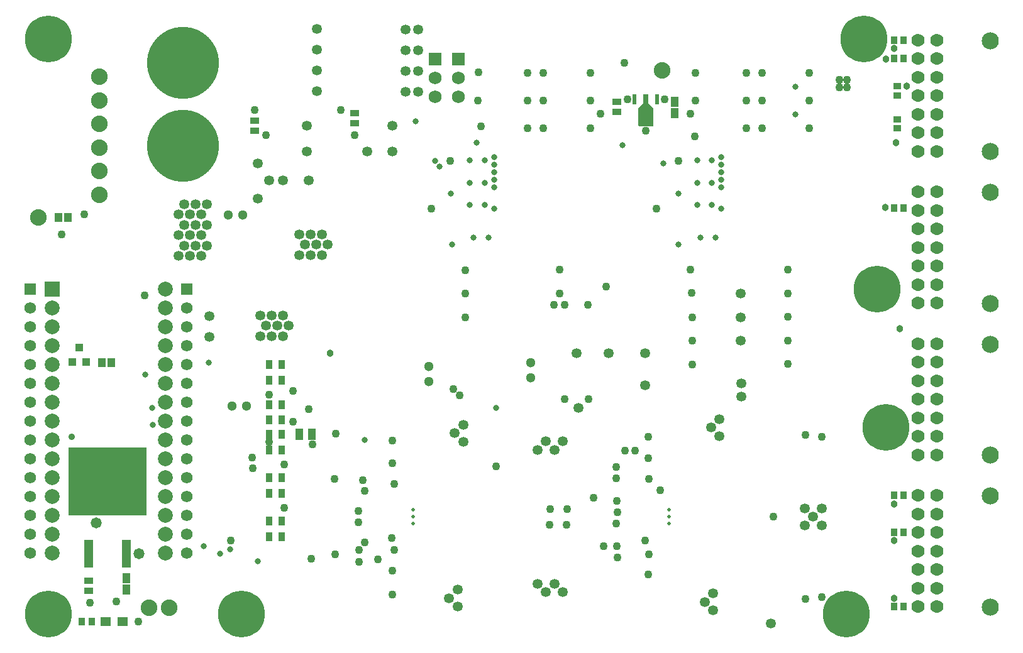
<source format=gbr>
%TF.GenerationSoftware,Altium Limited,Altium Designer,24.1.2 (44)*%
G04 Layer_Color=16711935*
%FSLAX45Y45*%
%MOMM*%
%TF.SameCoordinates,12E9634C-A8E6-484A-B1C3-FEDB1742B245*%
%TF.FilePolarity,Negative*%
%TF.FileFunction,Soldermask,Bot*%
%TF.Part,Single*%
G01*
G75*
%TA.AperFunction,ComponentPad*%
%ADD78C,1.30000*%
%TA.AperFunction,ViaPad*%
%ADD86C,0.50000*%
%TA.AperFunction,SMDPad,CuDef*%
%ADD108R,1.01213X1.33108*%
%ADD109R,0.80650X1.30822*%
%ADD110R,0.57000X1.40000*%
%ADD111C,1.80000*%
%ADD133R,1.16840X0.86360*%
%ADD138R,1.45320X1.30320*%
%ADD141R,1.05320X0.95320*%
%ADD143R,1.00320X1.15320*%
%ADD146R,0.95320X1.05320*%
%ADD148R,0.90320X1.10320*%
%TA.AperFunction,ComponentPad*%
%ADD149R,1.75320X1.75320*%
%ADD150C,1.75320*%
%ADD151C,9.70320*%
%ADD152C,1.76320*%
%ADD153C,2.30320*%
%ADD154R,1.57320X1.57320*%
%ADD155C,1.57320*%
%ADD156C,2.00320*%
%ADD157R,2.00320X2.00320*%
%ADD158C,6.30320*%
%ADD159C,2.23520*%
%TA.AperFunction,TestPad*%
%ADD160C,2.23520*%
%TA.AperFunction,ViaPad*%
%ADD161C,1.09220*%
%ADD162C,0.83820*%
%ADD163C,1.47320*%
%ADD164C,1.34620*%
%ADD165C,0.96520*%
%ADD166C,0.91440*%
%TA.AperFunction,SMDPad,CuDef*%
%ADD167R,1.00320X1.10320*%
%ADD168R,1.05320X1.55320*%
%ADD169R,1.15320X3.70320*%
%ADD170R,10.55320X9.20320*%
G36*
X14939101Y12661600D02*
X15006599Y12594100D01*
X15006599Y12369100D01*
Y12365122D01*
X15003555Y12357771D01*
X14997929Y12352145D01*
X14990578Y12349100D01*
X14822623D01*
X14815271Y12352145D01*
X14809645Y12357771D01*
X14806599Y12365122D01*
Y12369100D01*
Y12594100D01*
X14874100Y12661600D01*
Y12784100D01*
X14939101D01*
Y12661600D01*
D02*
G37*
D78*
X13358000Y8963900D02*
D03*
Y9163900D02*
D03*
X11988000Y8913900D02*
D03*
Y9113900D02*
D03*
X9479900Y11151400D02*
D03*
X9279900D02*
D03*
X9529900Y8581400D02*
D03*
X9329900D02*
D03*
D86*
X11771711Y7184000D02*
D03*
Y7089000D02*
D03*
Y6994000D02*
D03*
X15214444Y7184000D02*
D03*
Y7089000D02*
D03*
Y6994000D02*
D03*
D108*
X7912100Y6258952D02*
D03*
Y6110848D02*
D03*
X15297600Y12530648D02*
D03*
Y12678752D02*
D03*
D109*
X9835514Y8396926D02*
D03*
X10005686D02*
D03*
X9833614Y8600126D02*
D03*
X10003786D02*
D03*
X9832994Y9144000D02*
D03*
X10003165D02*
D03*
X9832994Y6819900D02*
D03*
X10003165D02*
D03*
X9832994Y7035800D02*
D03*
X10003165D02*
D03*
X9832994Y8928100D02*
D03*
X10003165D02*
D03*
X9832994Y7988300D02*
D03*
X10003165D02*
D03*
X9832994Y8204200D02*
D03*
X10003165D02*
D03*
X9832994Y7620000D02*
D03*
X10003165D02*
D03*
X9832994Y7404100D02*
D03*
X10003165D02*
D03*
D110*
X14756599Y12714100D02*
D03*
X15056599D02*
D03*
D111*
X14906599Y12484100D02*
D03*
D133*
X10985500Y12528550D02*
D03*
Y12388850D02*
D03*
X9639300Y12426950D02*
D03*
Y12287250D02*
D03*
X7404100Y6089650D02*
D03*
Y6229350D02*
D03*
X14516100Y12541250D02*
D03*
Y12680950D02*
D03*
D138*
X7629500Y5676900D02*
D03*
X7864500D02*
D03*
D141*
X18288000Y12320000D02*
D03*
Y12445000D02*
D03*
Y12889500D02*
D03*
Y12764500D02*
D03*
D143*
X7580400Y9169400D02*
D03*
X7710400D02*
D03*
X7123700Y11125200D02*
D03*
X6998700D02*
D03*
D146*
X18250900Y5877749D02*
D03*
X18375900D02*
D03*
Y13512801D02*
D03*
X18250900D02*
D03*
X18375900Y13261848D02*
D03*
X18250900D02*
D03*
X18375900Y6883400D02*
D03*
X18250900D02*
D03*
Y7378700D02*
D03*
X18375900D02*
D03*
X18250900Y11252200D02*
D03*
X18375900D02*
D03*
D148*
X7448700Y5676900D02*
D03*
X7308700D02*
D03*
D149*
X12065000Y13258800D02*
D03*
X12382500D02*
D03*
D150*
X12065000Y13004800D02*
D03*
Y12750800D02*
D03*
X12382500Y13004800D02*
D03*
Y12750800D02*
D03*
D151*
X8674100Y13208000D02*
D03*
Y12090400D02*
D03*
D152*
X18572803Y11467148D02*
D03*
Y11217148D02*
D03*
Y10967148D02*
D03*
Y10717148D02*
D03*
Y10467148D02*
D03*
Y10217148D02*
D03*
Y9967148D02*
D03*
X18822803Y11467148D02*
D03*
Y11217148D02*
D03*
Y10967148D02*
D03*
Y10717148D02*
D03*
Y10467148D02*
D03*
Y10217148D02*
D03*
Y9967148D02*
D03*
X18572803Y13511848D02*
D03*
Y13261848D02*
D03*
Y13011848D02*
D03*
Y12761848D02*
D03*
Y12511848D02*
D03*
Y12261848D02*
D03*
Y12011848D02*
D03*
X18822803Y13511848D02*
D03*
Y13261848D02*
D03*
Y13011848D02*
D03*
Y12761848D02*
D03*
Y12511848D02*
D03*
Y12261848D02*
D03*
Y12011848D02*
D03*
X18572800Y9422449D02*
D03*
Y9172449D02*
D03*
Y8922449D02*
D03*
Y8672449D02*
D03*
Y8422449D02*
D03*
Y8172449D02*
D03*
Y7922449D02*
D03*
X18822800Y9422449D02*
D03*
Y9172449D02*
D03*
Y8922449D02*
D03*
Y8672449D02*
D03*
Y8422449D02*
D03*
Y8172449D02*
D03*
Y7922449D02*
D03*
X18572800Y7377749D02*
D03*
Y7127749D02*
D03*
Y6877749D02*
D03*
Y6627749D02*
D03*
Y6377749D02*
D03*
Y6127749D02*
D03*
Y5877749D02*
D03*
X18822800Y7377749D02*
D03*
Y7127749D02*
D03*
Y6877749D02*
D03*
Y6627749D02*
D03*
Y6377749D02*
D03*
Y6127749D02*
D03*
Y5877749D02*
D03*
D153*
X19545302Y9962148D02*
D03*
Y11459648D02*
D03*
Y12006848D02*
D03*
Y13504349D02*
D03*
X19545300Y7917449D02*
D03*
Y9414949D02*
D03*
Y5872749D02*
D03*
Y7370249D02*
D03*
D154*
X6616700Y10160000D02*
D03*
X8724900D02*
D03*
D155*
X6616700Y9906000D02*
D03*
Y9652000D02*
D03*
Y9398000D02*
D03*
Y9144000D02*
D03*
Y8890000D02*
D03*
Y8636000D02*
D03*
Y8382000D02*
D03*
Y8128000D02*
D03*
Y7874000D02*
D03*
Y7620000D02*
D03*
Y7366000D02*
D03*
Y7112000D02*
D03*
Y6858000D02*
D03*
Y6604000D02*
D03*
X8724900Y9906000D02*
D03*
Y9652000D02*
D03*
Y9398000D02*
D03*
Y9144000D02*
D03*
Y8890000D02*
D03*
Y8636000D02*
D03*
Y8382000D02*
D03*
Y8128000D02*
D03*
Y7874000D02*
D03*
Y7620000D02*
D03*
Y7366000D02*
D03*
Y7112000D02*
D03*
Y6858000D02*
D03*
Y6604000D02*
D03*
D156*
X8432800Y10160000D02*
D03*
Y9906000D02*
D03*
Y9652000D02*
D03*
Y9398000D02*
D03*
Y9144000D02*
D03*
Y8890000D02*
D03*
Y8636000D02*
D03*
Y8382000D02*
D03*
Y8128000D02*
D03*
Y7874000D02*
D03*
Y7620000D02*
D03*
Y7366000D02*
D03*
Y7112000D02*
D03*
Y6858000D02*
D03*
Y6604000D02*
D03*
X6908800D02*
D03*
Y6858000D02*
D03*
Y7112000D02*
D03*
Y7366000D02*
D03*
Y7620000D02*
D03*
Y7874000D02*
D03*
Y8128000D02*
D03*
Y8382000D02*
D03*
Y8636000D02*
D03*
Y8890000D02*
D03*
Y9144000D02*
D03*
Y9398000D02*
D03*
Y9652000D02*
D03*
Y9906000D02*
D03*
D157*
Y10160000D02*
D03*
D158*
X6858000Y13525500D02*
D03*
Y5778500D02*
D03*
X17843500Y13525500D02*
D03*
X17602200Y5778500D02*
D03*
X18021300Y10160000D02*
D03*
X18135600Y8293100D02*
D03*
X9461500Y5778500D02*
D03*
D159*
X6725369Y11120947D02*
D03*
X15125700Y13106400D02*
D03*
X8216900Y5867400D02*
D03*
X8483600D02*
D03*
D160*
X7543800Y12382500D02*
D03*
Y12065000D02*
D03*
Y12700000D02*
D03*
Y11430000D02*
D03*
Y13017500D02*
D03*
Y11747500D02*
D03*
D161*
X11493500Y8115300D02*
D03*
X10420350Y8064500D02*
D03*
X10033000Y7213600D02*
D03*
X10401300Y6527800D02*
D03*
X12890500Y7772400D02*
D03*
X7848600Y7558000D02*
D03*
X11047811Y6478228D02*
D03*
X12268200Y11887200D02*
D03*
X17055943Y5984100D02*
D03*
X14935201Y8166100D02*
D03*
X11520011Y7533500D02*
D03*
X10730230Y8205470D02*
D03*
X17055943Y8193900D02*
D03*
X11493500Y6045200D02*
D03*
Y6362700D02*
D03*
X11520011Y6644500D02*
D03*
X11492120Y7809120D02*
D03*
X10717611Y7597000D02*
D03*
X17276169Y6009100D02*
D03*
X17276169Y8168900D02*
D03*
X14935201Y6311900D02*
D03*
X14950044Y6581000D02*
D03*
Y7597000D02*
D03*
X14935043Y7874725D02*
D03*
X10722461Y6581000D02*
D03*
X13614482Y7195489D02*
D03*
X13843082Y7195489D02*
D03*
X13840541Y6982511D02*
D03*
X13611942Y6982511D02*
D03*
X11301811Y6517500D02*
D03*
X11117711Y7438250D02*
D03*
X11098611Y7584300D02*
D03*
X11483333Y6800622D02*
D03*
X11044561Y6638550D02*
D03*
X11035111Y7165200D02*
D03*
X11039961Y7012800D02*
D03*
X11117711Y6739750D02*
D03*
X12314378Y8805722D02*
D03*
X12395200Y8724900D02*
D03*
X10152000Y8369300D02*
D03*
X10363200Y8540750D02*
D03*
X13665199Y9943621D02*
D03*
X15100143Y7444600D02*
D03*
X14763594Y7982726D02*
D03*
X14623894D02*
D03*
X10033000Y7797800D02*
D03*
X9318656Y6770378D02*
D03*
X14896944Y6771500D02*
D03*
X16624144Y7089000D02*
D03*
X14503244Y7762100D02*
D03*
X14204794Y7349300D02*
D03*
X14338144Y6695300D02*
D03*
X14520743Y6542900D02*
D03*
X14518243Y6694975D02*
D03*
X14503244Y7000100D02*
D03*
X14520743Y7152500D02*
D03*
X14515894Y7304900D02*
D03*
X14503244Y7609700D02*
D03*
X9613900Y7747000D02*
D03*
X9609159Y7884352D02*
D03*
X8156301Y10073407D02*
D03*
X10152000Y8786791D02*
D03*
X13813290Y8674049D02*
D03*
X14130791D02*
D03*
X9836150Y8096250D02*
D03*
X13525500Y13068300D02*
D03*
X12649200Y13081000D02*
D03*
X13309599Y13068300D02*
D03*
X13525500Y12698865D02*
D03*
X13309599D02*
D03*
X12640850Y12696325D02*
D03*
X14160500Y12700000D02*
D03*
Y13068300D02*
D03*
X13525500Y12325350D02*
D03*
X13309599D02*
D03*
X14160500D02*
D03*
X9791700Y12228336D02*
D03*
X10983736D02*
D03*
X10795000Y12573000D02*
D03*
X9639300D02*
D03*
X15521672Y10105948D02*
D03*
X14908200Y12291813D02*
D03*
X14617700Y13201649D02*
D03*
X17110193Y13070532D02*
D03*
X17107375Y12698236D02*
D03*
X15563982Y12209263D02*
D03*
X16472375Y12325350D02*
D03*
X14295529Y12515850D02*
D03*
X15502705D02*
D03*
X17107375Y12325350D02*
D03*
X12688534Y12347121D02*
D03*
X16256474Y12325350D02*
D03*
X15571851Y12695696D02*
D03*
X15509798Y10414500D02*
D03*
X8075547Y5677540D02*
D03*
X7416800Y5930900D02*
D03*
X7778252Y5945106D02*
D03*
X15571851Y13065173D02*
D03*
X16817336Y9145770D02*
D03*
Y9463270D02*
D03*
Y9780770D02*
D03*
Y10098270D02*
D03*
Y10415770D02*
D03*
X15531889Y9143230D02*
D03*
Y9460730D02*
D03*
Y9778230D02*
D03*
X14375790Y10190857D02*
D03*
X13810750Y9943621D02*
D03*
X14128250D02*
D03*
X13743462Y10098270D02*
D03*
Y10415770D02*
D03*
X12473889Y9778230D02*
D03*
Y10095730D02*
D03*
Y10413230D02*
D03*
X17614900Y12979401D02*
D03*
X14661018Y12714100D02*
D03*
X9829800Y8737600D02*
D03*
X12017000Y11240538D02*
D03*
X15051674D02*
D03*
X15341600Y11887200D02*
D03*
X15159425Y12714100D02*
D03*
X7663700Y7754100D02*
D03*
X7652500Y7373100D02*
D03*
X7467600Y7569200D02*
D03*
X7658100Y7563600D02*
D03*
X16256474Y13067628D02*
D03*
X16472375D02*
D03*
Y12698193D02*
D03*
X16256474D02*
D03*
X7035800Y10896600D02*
D03*
X7340600Y11163300D02*
D03*
X17513300Y12979401D02*
D03*
X17614900Y12877800D02*
D03*
X17513300D02*
D03*
D162*
X8255000Y8559800D02*
D03*
X8267700Y8331200D02*
D03*
X11118034Y8126574D02*
D03*
X8166100Y9004300D02*
D03*
X15138400Y11849100D02*
D03*
X12128500Y11811000D02*
D03*
X12065000Y11887200D02*
D03*
X9017000Y9169400D02*
D03*
X9170479Y6592207D02*
D03*
X12890500Y8559800D02*
D03*
X15796100Y11590020D02*
D03*
X15596100Y11890020D02*
D03*
Y11590020D02*
D03*
Y11290020D02*
D03*
X15796100Y11890020D02*
D03*
Y11290020D02*
D03*
X12738100D02*
D03*
Y11890020D02*
D03*
X12538100Y11290020D02*
D03*
Y11590020D02*
D03*
Y11890020D02*
D03*
X12738100Y11590020D02*
D03*
X9309100Y6654800D02*
D03*
X16922365Y12512227D02*
D03*
X11810398Y12420600D02*
D03*
X8953500Y6692900D02*
D03*
X9677400Y6489700D02*
D03*
X12293600Y10756900D02*
D03*
X15343201Y10754676D02*
D03*
X16922365Y12881705D02*
D03*
X15845799Y10846300D02*
D03*
X15642599D02*
D03*
X15923100Y11239500D02*
D03*
Y11531600D02*
D03*
Y11633200D02*
D03*
Y11734800D02*
D03*
Y11836400D02*
D03*
Y11938000D02*
D03*
X15342368Y11439393D02*
D03*
X12865100Y11239500D02*
D03*
Y11531600D02*
D03*
Y11633200D02*
D03*
Y11734800D02*
D03*
Y11836400D02*
D03*
Y11938000D02*
D03*
X12623800Y12128500D02*
D03*
X14594299Y12092400D02*
D03*
X12584600Y10846300D02*
D03*
X12787800D02*
D03*
X12284367Y11439393D02*
D03*
D163*
X8077200Y6591300D02*
D03*
X7505700Y7010400D02*
D03*
D164*
X16586200Y5651500D02*
D03*
X15813000Y5829300D02*
D03*
Y6057900D02*
D03*
X15698700Y5943600D02*
D03*
X12371300Y5880100D02*
D03*
X12257000Y5994400D02*
D03*
X12371300Y6108700D02*
D03*
X15897701Y8405437D02*
D03*
X15783400Y8291137D02*
D03*
X15897701Y8176837D02*
D03*
X12446000Y8102600D02*
D03*
X12331700Y8216900D02*
D03*
X12446000Y8331200D02*
D03*
X13562411Y8105000D02*
D03*
X13791011D02*
D03*
X13562411Y6073000D02*
D03*
X13448111Y6187300D02*
D03*
X13676711D02*
D03*
X13448111Y7990700D02*
D03*
X13676711D02*
D03*
X13791011Y6073000D02*
D03*
X17271844Y7203300D02*
D03*
Y6974700D02*
D03*
X17157544Y7089000D02*
D03*
X17043243Y7203300D02*
D03*
Y6974700D02*
D03*
X9944100Y9664700D02*
D03*
X10020300Y9525000D02*
D03*
X10096500Y9664700D02*
D03*
X9867900Y9525000D02*
D03*
X9791700Y9664700D02*
D03*
X9715500Y9525000D02*
D03*
X9029700Y9512300D02*
D03*
X13995399Y8559800D02*
D03*
X10337800Y12014200D02*
D03*
X11150600D02*
D03*
X11493500D02*
D03*
Y12357100D02*
D03*
X10477500Y13665199D02*
D03*
Y13106400D02*
D03*
Y13385800D02*
D03*
Y12827000D02*
D03*
X10337800Y12357100D02*
D03*
X10020300Y11620500D02*
D03*
X10363200D02*
D03*
X9677400Y11379200D02*
D03*
Y11849100D02*
D03*
X9829800Y11620500D02*
D03*
X9029700Y9791700D02*
D03*
X10464800Y10756900D02*
D03*
X10617200D02*
D03*
X10312400D02*
D03*
X10541000Y10617200D02*
D03*
X10236200D02*
D03*
X10388600D02*
D03*
X10236200Y10896600D02*
D03*
X10541000D02*
D03*
X10388600D02*
D03*
X9715500Y9804400D02*
D03*
X10020300D02*
D03*
X9867900D02*
D03*
X14401801Y9296400D02*
D03*
X11671300Y12814301D02*
D03*
X8686800Y11303000D02*
D03*
X8839200D02*
D03*
X8991600D02*
D03*
X8610600Y11163300D02*
D03*
X8763000D02*
D03*
X8915400D02*
D03*
X8763000Y10883900D02*
D03*
X8839200Y11023600D02*
D03*
X8915400Y10883900D02*
D03*
X8610600D02*
D03*
X8686800Y11023600D02*
D03*
X8991600D02*
D03*
X8763000Y10604500D02*
D03*
X8610600D02*
D03*
X8915400D02*
D03*
X8686800Y10744200D02*
D03*
X8991600D02*
D03*
X8839200D02*
D03*
X14899863Y9296400D02*
D03*
Y8864600D02*
D03*
X16192500Y8890000D02*
D03*
Y8712200D02*
D03*
X16179800Y9779000D02*
D03*
Y9461500D02*
D03*
Y10096500D02*
D03*
X13970000Y9296400D02*
D03*
X11671300Y13373100D02*
D03*
Y13093700D02*
D03*
Y13652499D02*
D03*
X11836400Y12814301D02*
D03*
Y13652499D02*
D03*
Y13373100D02*
D03*
Y13093700D02*
D03*
D165*
X18251401Y5994597D02*
D03*
X18135600Y13258800D02*
D03*
X18414999Y12890500D02*
D03*
X18275301Y12128500D02*
D03*
X10657848Y9295900D02*
D03*
X18134052Y11252700D02*
D03*
X18250400Y7261852D02*
D03*
Y6766552D02*
D03*
X18328648Y9626100D02*
D03*
X18250400Y13395952D02*
D03*
D166*
X7175500Y8166100D02*
D03*
D167*
X7277100Y9371000D02*
D03*
X7182100Y9171000D02*
D03*
X7372100D02*
D03*
D168*
X10407600Y8204200D02*
D03*
X10242600D02*
D03*
D169*
X7912100Y6588600D02*
D03*
X7404100D02*
D03*
D170*
X7658100Y7563600D02*
D03*
%TF.MD5,cd2eb42e5e88cf0ad70ecd8b7cc7b50b*%
M02*

</source>
